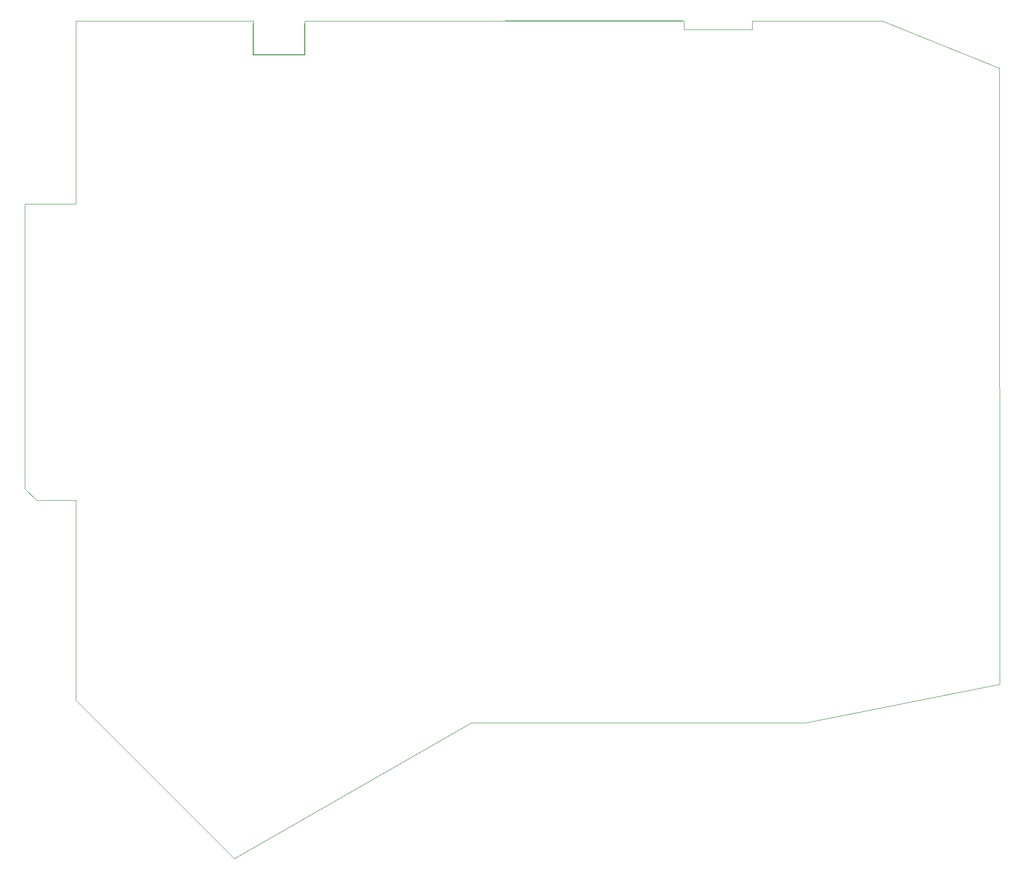
<source format=gm1>
G04 #@! TF.GenerationSoftware,KiCad,Pcbnew,(6.0.0)*
G04 #@! TF.CreationDate,2021-12-27T00:15:52+08:00*
G04 #@! TF.ProjectId,Alvaro v2,416c7661-726f-4207-9632-2e6b69636164,rev?*
G04 #@! TF.SameCoordinates,Original*
G04 #@! TF.FileFunction,Profile,NP*
%FSLAX46Y46*%
G04 Gerber Fmt 4.6, Leading zero omitted, Abs format (unit mm)*
G04 Created by KiCad (PCBNEW (6.0.0)) date 2021-12-27 00:15:52*
%MOMM*%
%LPD*%
G01*
G04 APERTURE LIST*
G04 #@! TA.AperFunction,Profile*
%ADD10C,0.100000*%
G04 #@! TD*
G04 #@! TA.AperFunction,Profile*
%ADD11C,0.150000*%
G04 #@! TD*
G04 APERTURE END LIST*
D10*
X78864000Y-14540000D02*
X79150000Y-14540000D01*
X78864000Y-14550000D02*
X78864000Y-14540000D01*
X78864000Y-14910000D02*
X78864000Y-14550000D01*
X69720000Y-14540000D02*
X69420000Y-14540000D01*
X69720000Y-14910000D02*
X69720000Y-14540000D01*
X38220000Y-46990000D02*
X37780000Y-46990000D01*
X38220000Y-41277503D02*
X38220000Y-46990000D01*
X29142500Y-46990000D02*
X37780000Y-46990000D01*
X29142500Y-97620000D02*
X29142500Y-46990000D01*
X31240000Y-99717500D02*
X29142500Y-97620000D01*
X38215212Y-99717500D02*
X31240000Y-99717500D01*
D11*
X145880000Y-14540000D02*
X114460000Y-14540000D01*
D10*
X79150000Y-14540000D02*
X114460000Y-14540000D01*
X42910000Y-14540000D02*
X69420000Y-14540000D01*
X202200000Y-113637500D02*
X202130000Y-45287500D01*
X202200000Y-132337500D02*
X202200000Y-127797500D01*
X202000000Y-22827500D02*
X181380000Y-14540000D01*
X202200000Y-127797500D02*
X202200000Y-126215000D01*
X202200000Y-126215000D02*
X202200000Y-113637500D01*
X38220000Y-14537500D02*
X38220000Y-41277503D01*
X108550000Y-139227500D02*
X108710000Y-139227500D01*
X38220000Y-14537500D02*
X38370000Y-14540000D01*
X38215212Y-135277500D02*
X38215212Y-133027500D01*
X145880000Y-14540000D02*
X146195000Y-14540000D01*
X108550000Y-139227500D02*
X108410000Y-139227500D01*
X38215212Y-100127500D02*
X38215212Y-102227500D01*
X38215212Y-99717500D02*
X38215212Y-100127500D01*
X66360000Y-163397500D02*
X38215212Y-135277500D01*
X158255000Y-16040000D02*
X158255000Y-14540000D01*
X202130000Y-35295000D02*
X202130000Y-45287500D01*
X202130000Y-22897500D02*
X202130000Y-23007500D01*
X146195000Y-16040000D02*
X146195000Y-14540000D01*
X66360000Y-163397500D02*
X108410000Y-139227500D01*
D11*
X69720000Y-14910000D02*
X69720000Y-20520000D01*
X78864000Y-20520000D02*
X78864000Y-14910000D01*
D10*
X146195000Y-16040000D02*
X158255000Y-16040000D01*
X202200000Y-132337500D02*
X167730000Y-139227500D01*
D11*
X69720000Y-20520000D02*
X78864000Y-20520000D01*
D10*
X108710000Y-139227500D02*
X155400000Y-139227500D01*
X38370000Y-14540000D02*
X42910000Y-14540000D01*
X181380000Y-14540000D02*
X158255000Y-14540000D01*
X167730000Y-139227500D02*
X155400000Y-139227500D01*
X202130000Y-35295000D02*
X202130000Y-23007500D01*
X38215212Y-133027500D02*
X38215212Y-102227500D01*
X202000000Y-22827500D02*
X202130000Y-22897500D01*
M02*

</source>
